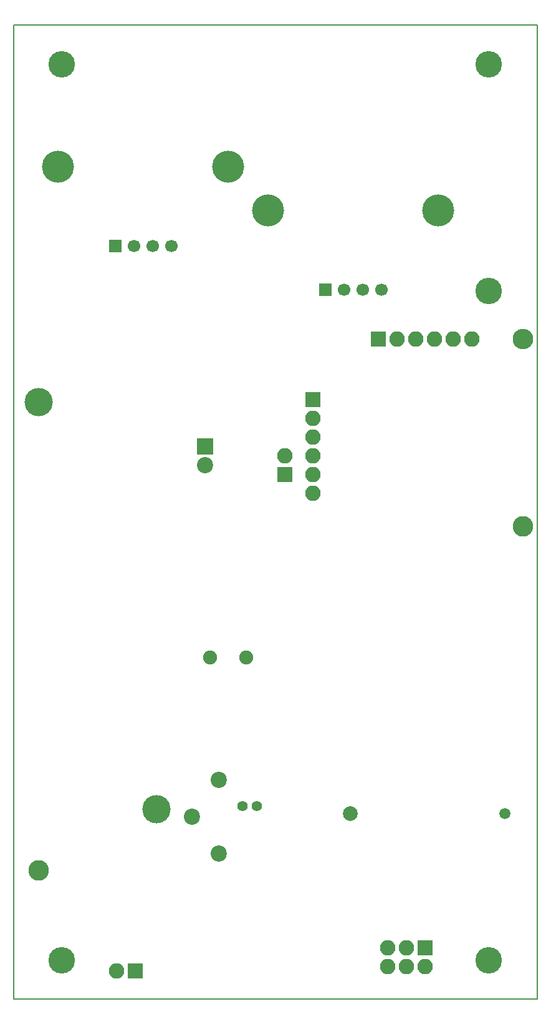
<source format=gbr>
%TF.GenerationSoftware,KiCad,Pcbnew,6.0.0-rc1-unknown-994a9c5~65~ubuntu18.04.1*%
%TF.CreationDate,2018-07-25T16:15:22+03:00*%
%TF.ProjectId,counter-pneumatic-v1-G368,636F756E7465722D706E65756D617469,rev?*%
%TF.SameCoordinates,Original*%
%TF.FileFunction,Soldermask,Bot*%
%TF.FilePolarity,Negative*%
%FSLAX46Y46*%
G04 Gerber Fmt 4.6, Leading zero omitted, Abs format (unit mm)*
G04 Created by KiCad (PCBNEW 6.0.0-rc1-unknown-994a9c5~65~ubuntu18.04.1) date Wed Jul 25 16:15:22 2018*
%MOMM*%
%LPD*%
G01*
G04 APERTURE LIST*
%ADD10C,0.150000*%
%ADD11C,2.000000*%
%ADD12C,1.500000*%
%ADD13C,2.200000*%
%ADD14C,1.400000*%
%ADD15C,4.337000*%
%ADD16C,1.700000*%
%ADD17R,1.700000X1.700000*%
%ADD18C,2.790000*%
%ADD19C,3.850000*%
%ADD20O,2.100000X2.100000*%
%ADD21R,2.100000X2.100000*%
%ADD22C,1.900000*%
%ADD23R,2.200000X2.200000*%
%ADD24C,3.600000*%
%ADD25C,2.800000*%
%ADD26O,2.800000X2.800000*%
G04 APERTURE END LIST*
D10*
X185420000Y-22860000D02*
X185420000Y-154940000D01*
X256540000Y-22860000D02*
X185420000Y-22860000D01*
X256540000Y-154940000D02*
X256540000Y-22860000D01*
X185420000Y-154940000D02*
X256540000Y-154940000D01*
D11*
X231165000Y-129825000D03*
D12*
X252165000Y-129825000D03*
D13*
X213305000Y-125175000D03*
X209605000Y-130175000D03*
X213305000Y-135175000D03*
D14*
X218435000Y-128778000D03*
X216535000Y-128778000D03*
D15*
X191443000Y-42037000D03*
X214557000Y-42037000D03*
D16*
X206810000Y-52832000D03*
X204270000Y-52832000D03*
X201730000Y-52832000D03*
D17*
X199190000Y-52832000D03*
D15*
X220000000Y-48000000D03*
X243114000Y-48000000D03*
D16*
X235367000Y-58795000D03*
X232827000Y-58795000D03*
X230287000Y-58795000D03*
D17*
X227747000Y-58795000D03*
D18*
X188850000Y-137530000D03*
D19*
X204850000Y-129200000D03*
X188850000Y-74000000D03*
D20*
X226060000Y-86360000D03*
X226060000Y-83820000D03*
X226060000Y-81280000D03*
X226060000Y-78740000D03*
X226060000Y-76200000D03*
D21*
X226060000Y-73660000D03*
D22*
X216970000Y-108585000D03*
X212090000Y-108585000D03*
D20*
X199390000Y-151130000D03*
D21*
X201930000Y-151130000D03*
X241300000Y-147955000D03*
D20*
X241300000Y-150495000D03*
X238760000Y-147955000D03*
X238760000Y-150495000D03*
X236220000Y-147955000D03*
X236220000Y-150495000D03*
D23*
X211455000Y-80010000D03*
D13*
X211455000Y-82550000D03*
D24*
X191980000Y-149650000D03*
X249980000Y-149650000D03*
X191980000Y-28150000D03*
X249980000Y-28150000D03*
X249980000Y-58900000D03*
D21*
X222250000Y-83820000D03*
D20*
X222250000Y-81280000D03*
D21*
X234950000Y-65405000D03*
D20*
X237490000Y-65405000D03*
X240030000Y-65405000D03*
X242570000Y-65405000D03*
X245110000Y-65405000D03*
X247650000Y-65405000D03*
D25*
X254635000Y-90805000D03*
D26*
X254635000Y-65405000D03*
M02*

</source>
